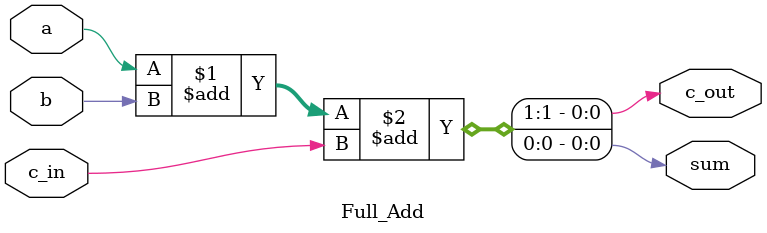
<source format=sv>
module Full_Add(
  input wire a,
  input wire b,
  input wire c_in,
  output wire sum,
  output wire c_out);
  
  assign {c_out, sum} = a+b+c_in;
  
endmodule
</source>
